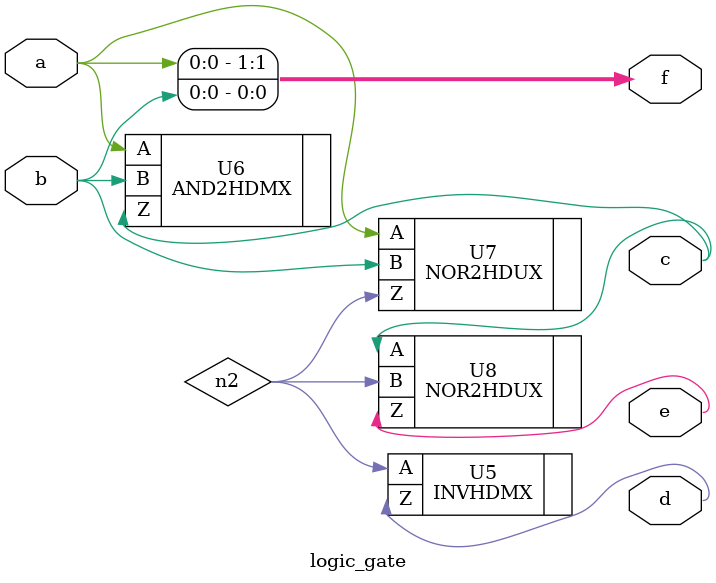
<source format=v>


module logic_gate ( a, b, c, d, e, f );
  output [1:0] f;
  input a, b;
  output c, d, e;
  wire   n2;
  assign f[1] = a;
  assign f[0] = b;

  INVHDMX U5 ( .A(n2), .Z(d) );
  AND2HDMX U6 ( .A(f[1]), .B(f[0]), .Z(c) );
  NOR2HDUX U7 ( .A(f[1]), .B(f[0]), .Z(n2) );
  NOR2HDUX U8 ( .A(c), .B(n2), .Z(e) );
endmodule

</source>
